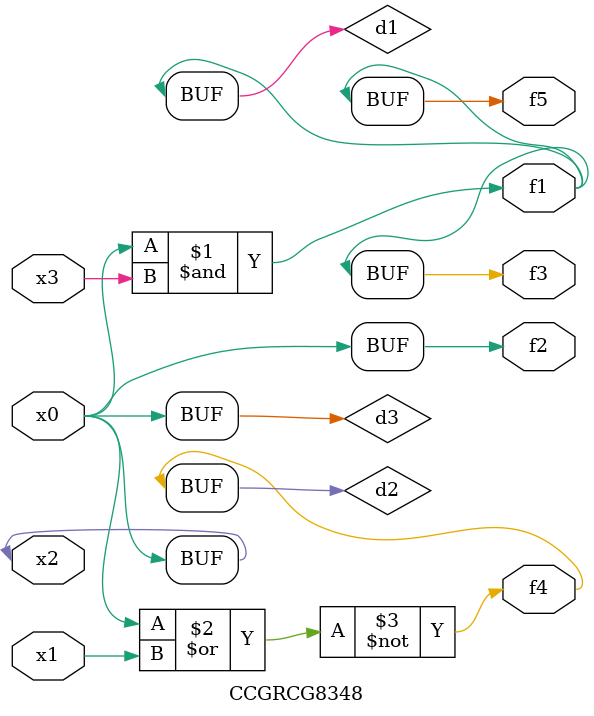
<source format=v>
module CCGRCG8348(
	input x0, x1, x2, x3,
	output f1, f2, f3, f4, f5
);

	wire d1, d2, d3;

	and (d1, x2, x3);
	nor (d2, x0, x1);
	buf (d3, x0, x2);
	assign f1 = d1;
	assign f2 = d3;
	assign f3 = d1;
	assign f4 = d2;
	assign f5 = d1;
endmodule

</source>
